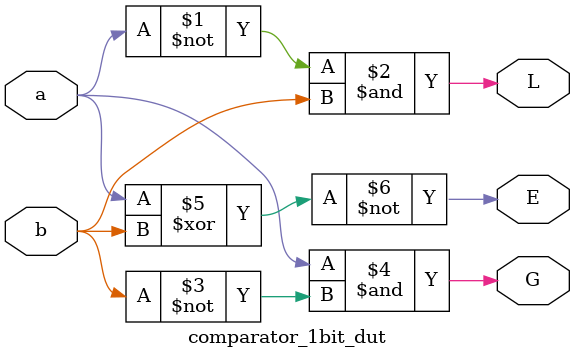
<source format=v>
module comparator_1bit_dut (
   input a,b,output L,G,E
);
    assign L=~a & b;
    assign G=a & ~b;
    assign E=~(a^b);
endmodule

</source>
